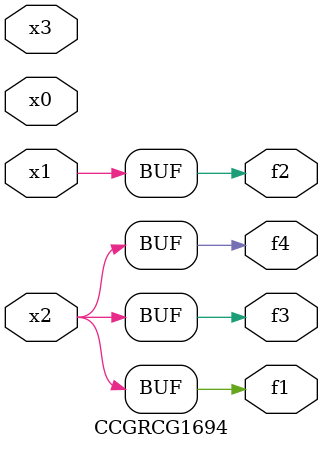
<source format=v>
module CCGRCG1694(
	input x0, x1, x2, x3,
	output f1, f2, f3, f4
);
	assign f1 = x2;
	assign f2 = x1;
	assign f3 = x2;
	assign f4 = x2;
endmodule

</source>
